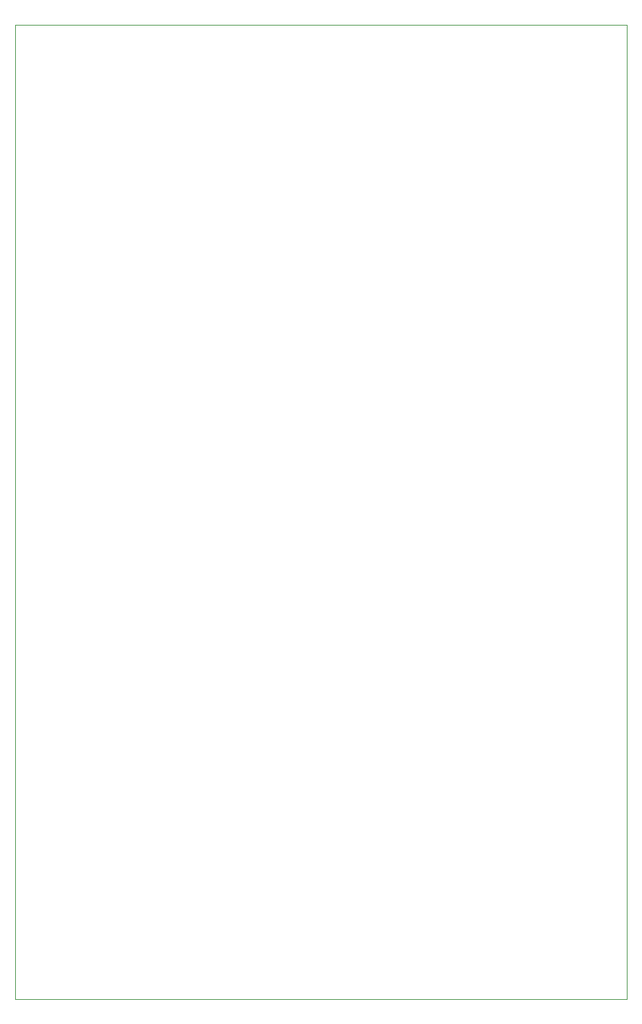
<source format=gbr>
%TF.GenerationSoftware,KiCad,Pcbnew,9.0.0*%
%TF.CreationDate,2025-04-11T15:06:13-04:00*%
%TF.ProjectId,Radiation3,52616469-6174-4696-9f6e-332e6b696361,rev?*%
%TF.SameCoordinates,Original*%
%TF.FileFunction,Profile,NP*%
%FSLAX46Y46*%
G04 Gerber Fmt 4.6, Leading zero omitted, Abs format (unit mm)*
G04 Created by KiCad (PCBNEW 9.0.0) date 2025-04-11 15:06:13*
%MOMM*%
%LPD*%
G01*
G04 APERTURE LIST*
%TA.AperFunction,Profile*%
%ADD10C,0.050000*%
%TD*%
G04 APERTURE END LIST*
D10*
X36200000Y-67300000D02*
X111250000Y-67300000D01*
X111250000Y-186825000D01*
X36200000Y-186825000D01*
X36200000Y-67300000D01*
M02*

</source>
